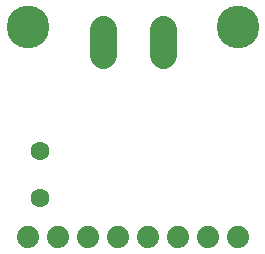
<source format=gbr>
G04 EAGLE Gerber RS-274X export*
G75*
%MOMM*%
%FSLAX34Y34*%
%LPD*%
%INSoldermask Bottom*%
%IPPOS*%
%AMOC8*
5,1,8,0,0,1.08239X$1,22.5*%
G01*
%ADD10C,3.617600*%
%ADD11C,2.286000*%
%ADD12C,1.601600*%
%ADD13C,1.879600*%


D10*
X203200Y203200D03*
X25400Y203200D03*
D11*
X88900Y201422D02*
X88900Y179578D01*
X139700Y179578D02*
X139700Y201422D01*
D12*
X35560Y97790D03*
X35560Y58420D03*
D13*
X25400Y25400D03*
X50800Y25400D03*
X76200Y25400D03*
X101600Y25400D03*
X127000Y25400D03*
X152400Y25400D03*
X177800Y25400D03*
X203200Y25400D03*
M02*

</source>
